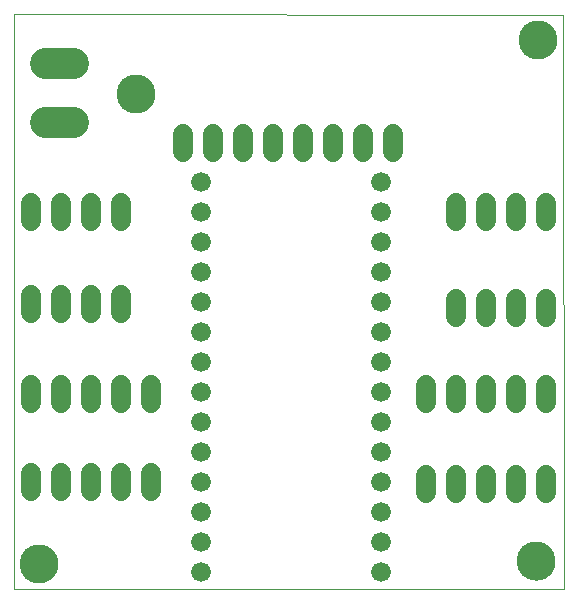
<source format=gts>
G75*
%MOIN*%
%OFA0B0*%
%FSLAX25Y25*%
%IPPOS*%
%LPD*%
%AMOC8*
5,1,8,0,0,1.08239X$1,22.5*
%
%ADD10C,0.00000*%
%ADD11C,0.13005*%
%ADD12C,0.06800*%
%ADD13C,0.06600*%
%ADD14C,0.10170*%
D10*
X0006767Y0002139D02*
X0006829Y0193509D01*
X0189917Y0193413D01*
X0190175Y0002107D01*
X0006767Y0002139D01*
X0009099Y0010474D02*
X0009101Y0010630D01*
X0009107Y0010786D01*
X0009117Y0010941D01*
X0009131Y0011096D01*
X0009149Y0011251D01*
X0009171Y0011405D01*
X0009196Y0011559D01*
X0009226Y0011712D01*
X0009260Y0011864D01*
X0009297Y0012016D01*
X0009338Y0012166D01*
X0009383Y0012315D01*
X0009432Y0012463D01*
X0009485Y0012610D01*
X0009541Y0012755D01*
X0009601Y0012899D01*
X0009665Y0013041D01*
X0009733Y0013182D01*
X0009804Y0013320D01*
X0009878Y0013457D01*
X0009956Y0013592D01*
X0010037Y0013725D01*
X0010122Y0013856D01*
X0010210Y0013985D01*
X0010301Y0014111D01*
X0010396Y0014235D01*
X0010493Y0014356D01*
X0010594Y0014475D01*
X0010698Y0014592D01*
X0010804Y0014705D01*
X0010914Y0014816D01*
X0011026Y0014924D01*
X0011141Y0015029D01*
X0011259Y0015132D01*
X0011379Y0015231D01*
X0011502Y0015327D01*
X0011627Y0015420D01*
X0011754Y0015509D01*
X0011884Y0015596D01*
X0012016Y0015679D01*
X0012150Y0015758D01*
X0012286Y0015835D01*
X0012424Y0015907D01*
X0012563Y0015977D01*
X0012705Y0016042D01*
X0012848Y0016104D01*
X0012992Y0016162D01*
X0013138Y0016217D01*
X0013286Y0016268D01*
X0013434Y0016315D01*
X0013584Y0016358D01*
X0013735Y0016397D01*
X0013887Y0016433D01*
X0014039Y0016464D01*
X0014193Y0016492D01*
X0014347Y0016516D01*
X0014501Y0016536D01*
X0014656Y0016552D01*
X0014812Y0016564D01*
X0014967Y0016572D01*
X0015123Y0016576D01*
X0015279Y0016576D01*
X0015435Y0016572D01*
X0015590Y0016564D01*
X0015746Y0016552D01*
X0015901Y0016536D01*
X0016055Y0016516D01*
X0016209Y0016492D01*
X0016363Y0016464D01*
X0016515Y0016433D01*
X0016667Y0016397D01*
X0016818Y0016358D01*
X0016968Y0016315D01*
X0017116Y0016268D01*
X0017264Y0016217D01*
X0017410Y0016162D01*
X0017554Y0016104D01*
X0017697Y0016042D01*
X0017839Y0015977D01*
X0017978Y0015907D01*
X0018116Y0015835D01*
X0018252Y0015758D01*
X0018386Y0015679D01*
X0018518Y0015596D01*
X0018648Y0015509D01*
X0018775Y0015420D01*
X0018900Y0015327D01*
X0019023Y0015231D01*
X0019143Y0015132D01*
X0019261Y0015029D01*
X0019376Y0014924D01*
X0019488Y0014816D01*
X0019598Y0014705D01*
X0019704Y0014592D01*
X0019808Y0014475D01*
X0019909Y0014356D01*
X0020006Y0014235D01*
X0020101Y0014111D01*
X0020192Y0013985D01*
X0020280Y0013856D01*
X0020365Y0013725D01*
X0020446Y0013592D01*
X0020524Y0013457D01*
X0020598Y0013320D01*
X0020669Y0013182D01*
X0020737Y0013041D01*
X0020801Y0012899D01*
X0020861Y0012755D01*
X0020917Y0012610D01*
X0020970Y0012463D01*
X0021019Y0012315D01*
X0021064Y0012166D01*
X0021105Y0012016D01*
X0021142Y0011864D01*
X0021176Y0011712D01*
X0021206Y0011559D01*
X0021231Y0011405D01*
X0021253Y0011251D01*
X0021271Y0011096D01*
X0021285Y0010941D01*
X0021295Y0010786D01*
X0021301Y0010630D01*
X0021303Y0010474D01*
X0021301Y0010318D01*
X0021295Y0010162D01*
X0021285Y0010007D01*
X0021271Y0009852D01*
X0021253Y0009697D01*
X0021231Y0009543D01*
X0021206Y0009389D01*
X0021176Y0009236D01*
X0021142Y0009084D01*
X0021105Y0008932D01*
X0021064Y0008782D01*
X0021019Y0008633D01*
X0020970Y0008485D01*
X0020917Y0008338D01*
X0020861Y0008193D01*
X0020801Y0008049D01*
X0020737Y0007907D01*
X0020669Y0007766D01*
X0020598Y0007628D01*
X0020524Y0007491D01*
X0020446Y0007356D01*
X0020365Y0007223D01*
X0020280Y0007092D01*
X0020192Y0006963D01*
X0020101Y0006837D01*
X0020006Y0006713D01*
X0019909Y0006592D01*
X0019808Y0006473D01*
X0019704Y0006356D01*
X0019598Y0006243D01*
X0019488Y0006132D01*
X0019376Y0006024D01*
X0019261Y0005919D01*
X0019143Y0005816D01*
X0019023Y0005717D01*
X0018900Y0005621D01*
X0018775Y0005528D01*
X0018648Y0005439D01*
X0018518Y0005352D01*
X0018386Y0005269D01*
X0018252Y0005190D01*
X0018116Y0005113D01*
X0017978Y0005041D01*
X0017839Y0004971D01*
X0017697Y0004906D01*
X0017554Y0004844D01*
X0017410Y0004786D01*
X0017264Y0004731D01*
X0017116Y0004680D01*
X0016968Y0004633D01*
X0016818Y0004590D01*
X0016667Y0004551D01*
X0016515Y0004515D01*
X0016363Y0004484D01*
X0016209Y0004456D01*
X0016055Y0004432D01*
X0015901Y0004412D01*
X0015746Y0004396D01*
X0015590Y0004384D01*
X0015435Y0004376D01*
X0015279Y0004372D01*
X0015123Y0004372D01*
X0014967Y0004376D01*
X0014812Y0004384D01*
X0014656Y0004396D01*
X0014501Y0004412D01*
X0014347Y0004432D01*
X0014193Y0004456D01*
X0014039Y0004484D01*
X0013887Y0004515D01*
X0013735Y0004551D01*
X0013584Y0004590D01*
X0013434Y0004633D01*
X0013286Y0004680D01*
X0013138Y0004731D01*
X0012992Y0004786D01*
X0012848Y0004844D01*
X0012705Y0004906D01*
X0012563Y0004971D01*
X0012424Y0005041D01*
X0012286Y0005113D01*
X0012150Y0005190D01*
X0012016Y0005269D01*
X0011884Y0005352D01*
X0011754Y0005439D01*
X0011627Y0005528D01*
X0011502Y0005621D01*
X0011379Y0005717D01*
X0011259Y0005816D01*
X0011141Y0005919D01*
X0011026Y0006024D01*
X0010914Y0006132D01*
X0010804Y0006243D01*
X0010698Y0006356D01*
X0010594Y0006473D01*
X0010493Y0006592D01*
X0010396Y0006713D01*
X0010301Y0006837D01*
X0010210Y0006963D01*
X0010122Y0007092D01*
X0010037Y0007223D01*
X0009956Y0007356D01*
X0009878Y0007491D01*
X0009804Y0007628D01*
X0009733Y0007766D01*
X0009665Y0007907D01*
X0009601Y0008049D01*
X0009541Y0008193D01*
X0009485Y0008338D01*
X0009432Y0008485D01*
X0009383Y0008633D01*
X0009338Y0008782D01*
X0009297Y0008932D01*
X0009260Y0009084D01*
X0009226Y0009236D01*
X0009196Y0009389D01*
X0009171Y0009543D01*
X0009149Y0009697D01*
X0009131Y0009852D01*
X0009117Y0010007D01*
X0009107Y0010162D01*
X0009101Y0010318D01*
X0009099Y0010474D01*
X0041414Y0166952D02*
X0041416Y0167108D01*
X0041422Y0167264D01*
X0041432Y0167419D01*
X0041446Y0167574D01*
X0041464Y0167729D01*
X0041486Y0167883D01*
X0041511Y0168037D01*
X0041541Y0168190D01*
X0041575Y0168342D01*
X0041612Y0168494D01*
X0041653Y0168644D01*
X0041698Y0168793D01*
X0041747Y0168941D01*
X0041800Y0169088D01*
X0041856Y0169233D01*
X0041916Y0169377D01*
X0041980Y0169519D01*
X0042048Y0169660D01*
X0042119Y0169798D01*
X0042193Y0169935D01*
X0042271Y0170070D01*
X0042352Y0170203D01*
X0042437Y0170334D01*
X0042525Y0170463D01*
X0042616Y0170589D01*
X0042711Y0170713D01*
X0042808Y0170834D01*
X0042909Y0170953D01*
X0043013Y0171070D01*
X0043119Y0171183D01*
X0043229Y0171294D01*
X0043341Y0171402D01*
X0043456Y0171507D01*
X0043574Y0171610D01*
X0043694Y0171709D01*
X0043817Y0171805D01*
X0043942Y0171898D01*
X0044069Y0171987D01*
X0044199Y0172074D01*
X0044331Y0172157D01*
X0044465Y0172236D01*
X0044601Y0172313D01*
X0044739Y0172385D01*
X0044878Y0172455D01*
X0045020Y0172520D01*
X0045163Y0172582D01*
X0045307Y0172640D01*
X0045453Y0172695D01*
X0045601Y0172746D01*
X0045749Y0172793D01*
X0045899Y0172836D01*
X0046050Y0172875D01*
X0046202Y0172911D01*
X0046354Y0172942D01*
X0046508Y0172970D01*
X0046662Y0172994D01*
X0046816Y0173014D01*
X0046971Y0173030D01*
X0047127Y0173042D01*
X0047282Y0173050D01*
X0047438Y0173054D01*
X0047594Y0173054D01*
X0047750Y0173050D01*
X0047905Y0173042D01*
X0048061Y0173030D01*
X0048216Y0173014D01*
X0048370Y0172994D01*
X0048524Y0172970D01*
X0048678Y0172942D01*
X0048830Y0172911D01*
X0048982Y0172875D01*
X0049133Y0172836D01*
X0049283Y0172793D01*
X0049431Y0172746D01*
X0049579Y0172695D01*
X0049725Y0172640D01*
X0049869Y0172582D01*
X0050012Y0172520D01*
X0050154Y0172455D01*
X0050293Y0172385D01*
X0050431Y0172313D01*
X0050567Y0172236D01*
X0050701Y0172157D01*
X0050833Y0172074D01*
X0050963Y0171987D01*
X0051090Y0171898D01*
X0051215Y0171805D01*
X0051338Y0171709D01*
X0051458Y0171610D01*
X0051576Y0171507D01*
X0051691Y0171402D01*
X0051803Y0171294D01*
X0051913Y0171183D01*
X0052019Y0171070D01*
X0052123Y0170953D01*
X0052224Y0170834D01*
X0052321Y0170713D01*
X0052416Y0170589D01*
X0052507Y0170463D01*
X0052595Y0170334D01*
X0052680Y0170203D01*
X0052761Y0170070D01*
X0052839Y0169935D01*
X0052913Y0169798D01*
X0052984Y0169660D01*
X0053052Y0169519D01*
X0053116Y0169377D01*
X0053176Y0169233D01*
X0053232Y0169088D01*
X0053285Y0168941D01*
X0053334Y0168793D01*
X0053379Y0168644D01*
X0053420Y0168494D01*
X0053457Y0168342D01*
X0053491Y0168190D01*
X0053521Y0168037D01*
X0053546Y0167883D01*
X0053568Y0167729D01*
X0053586Y0167574D01*
X0053600Y0167419D01*
X0053610Y0167264D01*
X0053616Y0167108D01*
X0053618Y0166952D01*
X0053616Y0166796D01*
X0053610Y0166640D01*
X0053600Y0166485D01*
X0053586Y0166330D01*
X0053568Y0166175D01*
X0053546Y0166021D01*
X0053521Y0165867D01*
X0053491Y0165714D01*
X0053457Y0165562D01*
X0053420Y0165410D01*
X0053379Y0165260D01*
X0053334Y0165111D01*
X0053285Y0164963D01*
X0053232Y0164816D01*
X0053176Y0164671D01*
X0053116Y0164527D01*
X0053052Y0164385D01*
X0052984Y0164244D01*
X0052913Y0164106D01*
X0052839Y0163969D01*
X0052761Y0163834D01*
X0052680Y0163701D01*
X0052595Y0163570D01*
X0052507Y0163441D01*
X0052416Y0163315D01*
X0052321Y0163191D01*
X0052224Y0163070D01*
X0052123Y0162951D01*
X0052019Y0162834D01*
X0051913Y0162721D01*
X0051803Y0162610D01*
X0051691Y0162502D01*
X0051576Y0162397D01*
X0051458Y0162294D01*
X0051338Y0162195D01*
X0051215Y0162099D01*
X0051090Y0162006D01*
X0050963Y0161917D01*
X0050833Y0161830D01*
X0050701Y0161747D01*
X0050567Y0161668D01*
X0050431Y0161591D01*
X0050293Y0161519D01*
X0050154Y0161449D01*
X0050012Y0161384D01*
X0049869Y0161322D01*
X0049725Y0161264D01*
X0049579Y0161209D01*
X0049431Y0161158D01*
X0049283Y0161111D01*
X0049133Y0161068D01*
X0048982Y0161029D01*
X0048830Y0160993D01*
X0048678Y0160962D01*
X0048524Y0160934D01*
X0048370Y0160910D01*
X0048216Y0160890D01*
X0048061Y0160874D01*
X0047905Y0160862D01*
X0047750Y0160854D01*
X0047594Y0160850D01*
X0047438Y0160850D01*
X0047282Y0160854D01*
X0047127Y0160862D01*
X0046971Y0160874D01*
X0046816Y0160890D01*
X0046662Y0160910D01*
X0046508Y0160934D01*
X0046354Y0160962D01*
X0046202Y0160993D01*
X0046050Y0161029D01*
X0045899Y0161068D01*
X0045749Y0161111D01*
X0045601Y0161158D01*
X0045453Y0161209D01*
X0045307Y0161264D01*
X0045163Y0161322D01*
X0045020Y0161384D01*
X0044878Y0161449D01*
X0044739Y0161519D01*
X0044601Y0161591D01*
X0044465Y0161668D01*
X0044331Y0161747D01*
X0044199Y0161830D01*
X0044069Y0161917D01*
X0043942Y0162006D01*
X0043817Y0162099D01*
X0043694Y0162195D01*
X0043574Y0162294D01*
X0043456Y0162397D01*
X0043341Y0162502D01*
X0043229Y0162610D01*
X0043119Y0162721D01*
X0043013Y0162834D01*
X0042909Y0162951D01*
X0042808Y0163070D01*
X0042711Y0163191D01*
X0042616Y0163315D01*
X0042525Y0163441D01*
X0042437Y0163570D01*
X0042352Y0163701D01*
X0042271Y0163834D01*
X0042193Y0163969D01*
X0042119Y0164106D01*
X0042048Y0164244D01*
X0041980Y0164385D01*
X0041916Y0164527D01*
X0041856Y0164671D01*
X0041800Y0164816D01*
X0041747Y0164963D01*
X0041698Y0165111D01*
X0041653Y0165260D01*
X0041612Y0165410D01*
X0041575Y0165562D01*
X0041541Y0165714D01*
X0041511Y0165867D01*
X0041486Y0166021D01*
X0041464Y0166175D01*
X0041446Y0166330D01*
X0041432Y0166485D01*
X0041422Y0166640D01*
X0041416Y0166796D01*
X0041414Y0166952D01*
X0175386Y0185093D02*
X0175388Y0185249D01*
X0175394Y0185405D01*
X0175404Y0185560D01*
X0175418Y0185715D01*
X0175436Y0185870D01*
X0175458Y0186024D01*
X0175483Y0186178D01*
X0175513Y0186331D01*
X0175547Y0186483D01*
X0175584Y0186635D01*
X0175625Y0186785D01*
X0175670Y0186934D01*
X0175719Y0187082D01*
X0175772Y0187229D01*
X0175828Y0187374D01*
X0175888Y0187518D01*
X0175952Y0187660D01*
X0176020Y0187801D01*
X0176091Y0187939D01*
X0176165Y0188076D01*
X0176243Y0188211D01*
X0176324Y0188344D01*
X0176409Y0188475D01*
X0176497Y0188604D01*
X0176588Y0188730D01*
X0176683Y0188854D01*
X0176780Y0188975D01*
X0176881Y0189094D01*
X0176985Y0189211D01*
X0177091Y0189324D01*
X0177201Y0189435D01*
X0177313Y0189543D01*
X0177428Y0189648D01*
X0177546Y0189751D01*
X0177666Y0189850D01*
X0177789Y0189946D01*
X0177914Y0190039D01*
X0178041Y0190128D01*
X0178171Y0190215D01*
X0178303Y0190298D01*
X0178437Y0190377D01*
X0178573Y0190454D01*
X0178711Y0190526D01*
X0178850Y0190596D01*
X0178992Y0190661D01*
X0179135Y0190723D01*
X0179279Y0190781D01*
X0179425Y0190836D01*
X0179573Y0190887D01*
X0179721Y0190934D01*
X0179871Y0190977D01*
X0180022Y0191016D01*
X0180174Y0191052D01*
X0180326Y0191083D01*
X0180480Y0191111D01*
X0180634Y0191135D01*
X0180788Y0191155D01*
X0180943Y0191171D01*
X0181099Y0191183D01*
X0181254Y0191191D01*
X0181410Y0191195D01*
X0181566Y0191195D01*
X0181722Y0191191D01*
X0181877Y0191183D01*
X0182033Y0191171D01*
X0182188Y0191155D01*
X0182342Y0191135D01*
X0182496Y0191111D01*
X0182650Y0191083D01*
X0182802Y0191052D01*
X0182954Y0191016D01*
X0183105Y0190977D01*
X0183255Y0190934D01*
X0183403Y0190887D01*
X0183551Y0190836D01*
X0183697Y0190781D01*
X0183841Y0190723D01*
X0183984Y0190661D01*
X0184126Y0190596D01*
X0184265Y0190526D01*
X0184403Y0190454D01*
X0184539Y0190377D01*
X0184673Y0190298D01*
X0184805Y0190215D01*
X0184935Y0190128D01*
X0185062Y0190039D01*
X0185187Y0189946D01*
X0185310Y0189850D01*
X0185430Y0189751D01*
X0185548Y0189648D01*
X0185663Y0189543D01*
X0185775Y0189435D01*
X0185885Y0189324D01*
X0185991Y0189211D01*
X0186095Y0189094D01*
X0186196Y0188975D01*
X0186293Y0188854D01*
X0186388Y0188730D01*
X0186479Y0188604D01*
X0186567Y0188475D01*
X0186652Y0188344D01*
X0186733Y0188211D01*
X0186811Y0188076D01*
X0186885Y0187939D01*
X0186956Y0187801D01*
X0187024Y0187660D01*
X0187088Y0187518D01*
X0187148Y0187374D01*
X0187204Y0187229D01*
X0187257Y0187082D01*
X0187306Y0186934D01*
X0187351Y0186785D01*
X0187392Y0186635D01*
X0187429Y0186483D01*
X0187463Y0186331D01*
X0187493Y0186178D01*
X0187518Y0186024D01*
X0187540Y0185870D01*
X0187558Y0185715D01*
X0187572Y0185560D01*
X0187582Y0185405D01*
X0187588Y0185249D01*
X0187590Y0185093D01*
X0187588Y0184937D01*
X0187582Y0184781D01*
X0187572Y0184626D01*
X0187558Y0184471D01*
X0187540Y0184316D01*
X0187518Y0184162D01*
X0187493Y0184008D01*
X0187463Y0183855D01*
X0187429Y0183703D01*
X0187392Y0183551D01*
X0187351Y0183401D01*
X0187306Y0183252D01*
X0187257Y0183104D01*
X0187204Y0182957D01*
X0187148Y0182812D01*
X0187088Y0182668D01*
X0187024Y0182526D01*
X0186956Y0182385D01*
X0186885Y0182247D01*
X0186811Y0182110D01*
X0186733Y0181975D01*
X0186652Y0181842D01*
X0186567Y0181711D01*
X0186479Y0181582D01*
X0186388Y0181456D01*
X0186293Y0181332D01*
X0186196Y0181211D01*
X0186095Y0181092D01*
X0185991Y0180975D01*
X0185885Y0180862D01*
X0185775Y0180751D01*
X0185663Y0180643D01*
X0185548Y0180538D01*
X0185430Y0180435D01*
X0185310Y0180336D01*
X0185187Y0180240D01*
X0185062Y0180147D01*
X0184935Y0180058D01*
X0184805Y0179971D01*
X0184673Y0179888D01*
X0184539Y0179809D01*
X0184403Y0179732D01*
X0184265Y0179660D01*
X0184126Y0179590D01*
X0183984Y0179525D01*
X0183841Y0179463D01*
X0183697Y0179405D01*
X0183551Y0179350D01*
X0183403Y0179299D01*
X0183255Y0179252D01*
X0183105Y0179209D01*
X0182954Y0179170D01*
X0182802Y0179134D01*
X0182650Y0179103D01*
X0182496Y0179075D01*
X0182342Y0179051D01*
X0182188Y0179031D01*
X0182033Y0179015D01*
X0181877Y0179003D01*
X0181722Y0178995D01*
X0181566Y0178991D01*
X0181410Y0178991D01*
X0181254Y0178995D01*
X0181099Y0179003D01*
X0180943Y0179015D01*
X0180788Y0179031D01*
X0180634Y0179051D01*
X0180480Y0179075D01*
X0180326Y0179103D01*
X0180174Y0179134D01*
X0180022Y0179170D01*
X0179871Y0179209D01*
X0179721Y0179252D01*
X0179573Y0179299D01*
X0179425Y0179350D01*
X0179279Y0179405D01*
X0179135Y0179463D01*
X0178992Y0179525D01*
X0178850Y0179590D01*
X0178711Y0179660D01*
X0178573Y0179732D01*
X0178437Y0179809D01*
X0178303Y0179888D01*
X0178171Y0179971D01*
X0178041Y0180058D01*
X0177914Y0180147D01*
X0177789Y0180240D01*
X0177666Y0180336D01*
X0177546Y0180435D01*
X0177428Y0180538D01*
X0177313Y0180643D01*
X0177201Y0180751D01*
X0177091Y0180862D01*
X0176985Y0180975D01*
X0176881Y0181092D01*
X0176780Y0181211D01*
X0176683Y0181332D01*
X0176588Y0181456D01*
X0176497Y0181582D01*
X0176409Y0181711D01*
X0176324Y0181842D01*
X0176243Y0181975D01*
X0176165Y0182110D01*
X0176091Y0182247D01*
X0176020Y0182385D01*
X0175952Y0182526D01*
X0175888Y0182668D01*
X0175828Y0182812D01*
X0175772Y0182957D01*
X0175719Y0183104D01*
X0175670Y0183252D01*
X0175625Y0183401D01*
X0175584Y0183551D01*
X0175547Y0183703D01*
X0175513Y0183855D01*
X0175483Y0184008D01*
X0175458Y0184162D01*
X0175436Y0184316D01*
X0175418Y0184471D01*
X0175404Y0184626D01*
X0175394Y0184781D01*
X0175388Y0184937D01*
X0175386Y0185093D01*
X0174808Y0011246D02*
X0174810Y0011402D01*
X0174816Y0011558D01*
X0174826Y0011713D01*
X0174840Y0011868D01*
X0174858Y0012023D01*
X0174880Y0012177D01*
X0174905Y0012331D01*
X0174935Y0012484D01*
X0174969Y0012636D01*
X0175006Y0012788D01*
X0175047Y0012938D01*
X0175092Y0013087D01*
X0175141Y0013235D01*
X0175194Y0013382D01*
X0175250Y0013527D01*
X0175310Y0013671D01*
X0175374Y0013813D01*
X0175442Y0013954D01*
X0175513Y0014092D01*
X0175587Y0014229D01*
X0175665Y0014364D01*
X0175746Y0014497D01*
X0175831Y0014628D01*
X0175919Y0014757D01*
X0176010Y0014883D01*
X0176105Y0015007D01*
X0176202Y0015128D01*
X0176303Y0015247D01*
X0176407Y0015364D01*
X0176513Y0015477D01*
X0176623Y0015588D01*
X0176735Y0015696D01*
X0176850Y0015801D01*
X0176968Y0015904D01*
X0177088Y0016003D01*
X0177211Y0016099D01*
X0177336Y0016192D01*
X0177463Y0016281D01*
X0177593Y0016368D01*
X0177725Y0016451D01*
X0177859Y0016530D01*
X0177995Y0016607D01*
X0178133Y0016679D01*
X0178272Y0016749D01*
X0178414Y0016814D01*
X0178557Y0016876D01*
X0178701Y0016934D01*
X0178847Y0016989D01*
X0178995Y0017040D01*
X0179143Y0017087D01*
X0179293Y0017130D01*
X0179444Y0017169D01*
X0179596Y0017205D01*
X0179748Y0017236D01*
X0179902Y0017264D01*
X0180056Y0017288D01*
X0180210Y0017308D01*
X0180365Y0017324D01*
X0180521Y0017336D01*
X0180676Y0017344D01*
X0180832Y0017348D01*
X0180988Y0017348D01*
X0181144Y0017344D01*
X0181299Y0017336D01*
X0181455Y0017324D01*
X0181610Y0017308D01*
X0181764Y0017288D01*
X0181918Y0017264D01*
X0182072Y0017236D01*
X0182224Y0017205D01*
X0182376Y0017169D01*
X0182527Y0017130D01*
X0182677Y0017087D01*
X0182825Y0017040D01*
X0182973Y0016989D01*
X0183119Y0016934D01*
X0183263Y0016876D01*
X0183406Y0016814D01*
X0183548Y0016749D01*
X0183687Y0016679D01*
X0183825Y0016607D01*
X0183961Y0016530D01*
X0184095Y0016451D01*
X0184227Y0016368D01*
X0184357Y0016281D01*
X0184484Y0016192D01*
X0184609Y0016099D01*
X0184732Y0016003D01*
X0184852Y0015904D01*
X0184970Y0015801D01*
X0185085Y0015696D01*
X0185197Y0015588D01*
X0185307Y0015477D01*
X0185413Y0015364D01*
X0185517Y0015247D01*
X0185618Y0015128D01*
X0185715Y0015007D01*
X0185810Y0014883D01*
X0185901Y0014757D01*
X0185989Y0014628D01*
X0186074Y0014497D01*
X0186155Y0014364D01*
X0186233Y0014229D01*
X0186307Y0014092D01*
X0186378Y0013954D01*
X0186446Y0013813D01*
X0186510Y0013671D01*
X0186570Y0013527D01*
X0186626Y0013382D01*
X0186679Y0013235D01*
X0186728Y0013087D01*
X0186773Y0012938D01*
X0186814Y0012788D01*
X0186851Y0012636D01*
X0186885Y0012484D01*
X0186915Y0012331D01*
X0186940Y0012177D01*
X0186962Y0012023D01*
X0186980Y0011868D01*
X0186994Y0011713D01*
X0187004Y0011558D01*
X0187010Y0011402D01*
X0187012Y0011246D01*
X0187010Y0011090D01*
X0187004Y0010934D01*
X0186994Y0010779D01*
X0186980Y0010624D01*
X0186962Y0010469D01*
X0186940Y0010315D01*
X0186915Y0010161D01*
X0186885Y0010008D01*
X0186851Y0009856D01*
X0186814Y0009704D01*
X0186773Y0009554D01*
X0186728Y0009405D01*
X0186679Y0009257D01*
X0186626Y0009110D01*
X0186570Y0008965D01*
X0186510Y0008821D01*
X0186446Y0008679D01*
X0186378Y0008538D01*
X0186307Y0008400D01*
X0186233Y0008263D01*
X0186155Y0008128D01*
X0186074Y0007995D01*
X0185989Y0007864D01*
X0185901Y0007735D01*
X0185810Y0007609D01*
X0185715Y0007485D01*
X0185618Y0007364D01*
X0185517Y0007245D01*
X0185413Y0007128D01*
X0185307Y0007015D01*
X0185197Y0006904D01*
X0185085Y0006796D01*
X0184970Y0006691D01*
X0184852Y0006588D01*
X0184732Y0006489D01*
X0184609Y0006393D01*
X0184484Y0006300D01*
X0184357Y0006211D01*
X0184227Y0006124D01*
X0184095Y0006041D01*
X0183961Y0005962D01*
X0183825Y0005885D01*
X0183687Y0005813D01*
X0183548Y0005743D01*
X0183406Y0005678D01*
X0183263Y0005616D01*
X0183119Y0005558D01*
X0182973Y0005503D01*
X0182825Y0005452D01*
X0182677Y0005405D01*
X0182527Y0005362D01*
X0182376Y0005323D01*
X0182224Y0005287D01*
X0182072Y0005256D01*
X0181918Y0005228D01*
X0181764Y0005204D01*
X0181610Y0005184D01*
X0181455Y0005168D01*
X0181299Y0005156D01*
X0181144Y0005148D01*
X0180988Y0005144D01*
X0180832Y0005144D01*
X0180676Y0005148D01*
X0180521Y0005156D01*
X0180365Y0005168D01*
X0180210Y0005184D01*
X0180056Y0005204D01*
X0179902Y0005228D01*
X0179748Y0005256D01*
X0179596Y0005287D01*
X0179444Y0005323D01*
X0179293Y0005362D01*
X0179143Y0005405D01*
X0178995Y0005452D01*
X0178847Y0005503D01*
X0178701Y0005558D01*
X0178557Y0005616D01*
X0178414Y0005678D01*
X0178272Y0005743D01*
X0178133Y0005813D01*
X0177995Y0005885D01*
X0177859Y0005962D01*
X0177725Y0006041D01*
X0177593Y0006124D01*
X0177463Y0006211D01*
X0177336Y0006300D01*
X0177211Y0006393D01*
X0177088Y0006489D01*
X0176968Y0006588D01*
X0176850Y0006691D01*
X0176735Y0006796D01*
X0176623Y0006904D01*
X0176513Y0007015D01*
X0176407Y0007128D01*
X0176303Y0007245D01*
X0176202Y0007364D01*
X0176105Y0007485D01*
X0176010Y0007609D01*
X0175919Y0007735D01*
X0175831Y0007864D01*
X0175746Y0007995D01*
X0175665Y0008128D01*
X0175587Y0008263D01*
X0175513Y0008400D01*
X0175442Y0008538D01*
X0175374Y0008679D01*
X0175310Y0008821D01*
X0175250Y0008965D01*
X0175194Y0009110D01*
X0175141Y0009257D01*
X0175092Y0009405D01*
X0175047Y0009554D01*
X0175006Y0009704D01*
X0174969Y0009856D01*
X0174935Y0010008D01*
X0174905Y0010161D01*
X0174880Y0010315D01*
X0174858Y0010469D01*
X0174840Y0010624D01*
X0174826Y0010779D01*
X0174816Y0010934D01*
X0174810Y0011090D01*
X0174808Y0011246D01*
D11*
X0180910Y0011246D03*
X0047516Y0166952D03*
X0181488Y0185093D03*
X0015201Y0010474D03*
D12*
X0012639Y0034629D02*
X0012639Y0040629D01*
X0022639Y0040629D02*
X0022639Y0034629D01*
X0032639Y0034629D02*
X0032639Y0040629D01*
X0042639Y0040629D02*
X0042639Y0034629D01*
X0052639Y0034629D02*
X0052639Y0040629D01*
X0052659Y0064145D02*
X0052659Y0070145D01*
X0042659Y0070145D02*
X0042659Y0064145D01*
X0032659Y0064145D02*
X0032659Y0070145D01*
X0022659Y0070145D02*
X0022659Y0064145D01*
X0012659Y0064145D02*
X0012659Y0070145D01*
X0012427Y0093894D02*
X0012427Y0099894D01*
X0022427Y0099894D02*
X0022427Y0093894D01*
X0032427Y0093894D02*
X0032427Y0099894D01*
X0042427Y0099894D02*
X0042427Y0093894D01*
X0042657Y0124740D02*
X0042657Y0130740D01*
X0032657Y0130740D02*
X0032657Y0124740D01*
X0022657Y0124740D02*
X0022657Y0130740D01*
X0012657Y0130740D02*
X0012657Y0124740D01*
X0063128Y0147777D02*
X0063128Y0153777D01*
X0073128Y0153777D02*
X0073128Y0147777D01*
X0083128Y0147777D02*
X0083128Y0153777D01*
X0093128Y0153777D02*
X0093128Y0147777D01*
X0103128Y0147777D02*
X0103128Y0153777D01*
X0113128Y0153777D02*
X0113128Y0147777D01*
X0123128Y0147777D02*
X0123128Y0153777D01*
X0133128Y0153777D02*
X0133128Y0147777D01*
X0154263Y0130608D02*
X0154263Y0124608D01*
X0164263Y0124608D02*
X0164263Y0130608D01*
X0174263Y0130608D02*
X0174263Y0124608D01*
X0184263Y0124608D02*
X0184263Y0130608D01*
X0184167Y0098596D02*
X0184167Y0092596D01*
X0174167Y0092596D02*
X0174167Y0098596D01*
X0164167Y0098596D02*
X0164167Y0092596D01*
X0154167Y0092596D02*
X0154167Y0098596D01*
X0154214Y0070130D02*
X0154214Y0064130D01*
X0164214Y0064130D02*
X0164214Y0070130D01*
X0174214Y0070130D02*
X0174214Y0064130D01*
X0184214Y0064130D02*
X0184214Y0070130D01*
X0184195Y0040046D02*
X0184195Y0034046D01*
X0174195Y0034046D02*
X0174195Y0040046D01*
X0164195Y0040046D02*
X0164195Y0034046D01*
X0154195Y0034046D02*
X0154195Y0040046D01*
X0144195Y0040046D02*
X0144195Y0034046D01*
X0144214Y0064130D02*
X0144214Y0070130D01*
D13*
X0129015Y0067753D03*
X0129015Y0057753D03*
X0129015Y0047753D03*
X0129015Y0037753D03*
X0129015Y0027753D03*
X0129015Y0017753D03*
X0129015Y0007753D03*
X0069015Y0007753D03*
X0069015Y0017753D03*
X0069015Y0027753D03*
X0069015Y0037753D03*
X0069015Y0047753D03*
X0069015Y0057753D03*
X0069015Y0067753D03*
X0069015Y0077753D03*
X0069015Y0087753D03*
X0069015Y0097753D03*
X0069015Y0107753D03*
X0069015Y0117753D03*
X0069015Y0127753D03*
X0069015Y0137753D03*
X0129015Y0137753D03*
X0129015Y0127753D03*
X0129015Y0117753D03*
X0129015Y0107753D03*
X0129015Y0097753D03*
X0129015Y0087753D03*
X0129015Y0077753D03*
D14*
X0026583Y0157798D02*
X0017213Y0157798D01*
X0017213Y0177483D02*
X0026583Y0177483D01*
M02*

</source>
